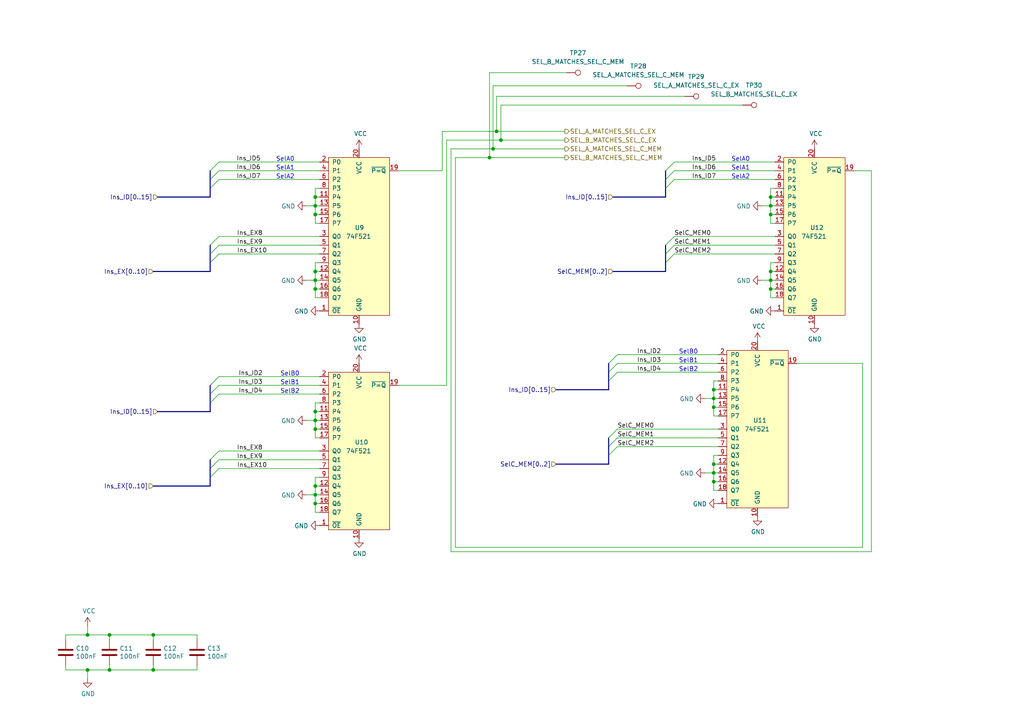
<source format=kicad_sch>
(kicad_sch (version 20211123) (generator eeschema)
  (paper "A4")
  (title_block (date "2022-09-24") (rev "B"))
  (lib_symbols
    (symbol "74xx (kicad5):74F521" (pin_names (offset 1.016))
      (property "Reference" "U" (at 0 0 0))
      (property "Value" "74F521" (at 0 -2.54 0))
      (symbol "74F521_0_0"
        (pin input line (at -11.43 -24.13 0) (length 2.54) (name "~{OE}") (number "1"))
        (pin power_in line (at 0 -27.94 90) (length 2.54) (name "GND") (number "10"))
        (pin input line (at -11.43 8.89 0) (length 2.54) (name "P4") (number "11"))
        (pin input line (at -11.43 -12.7 0) (length 2.54) (name "Q4") (number "12"))
        (pin input line (at -11.43 6.35 0) (length 2.54) (name "P5") (number "13"))
        (pin input line (at -11.43 -15.24 0) (length 2.54) (name "Q5") (number "14"))
        (pin input line (at -11.43 3.81 0) (length 2.54) (name "P6") (number "15"))
        (pin input line (at -11.43 -17.78 0) (length 2.54) (name "Q6") (number "16"))
        (pin input line (at -11.43 1.27 0) (length 2.54) (name "P7") (number "17"))
        (pin input line (at -11.43 -20.32 0) (length 2.54) (name "Q7") (number "18"))
        (pin output line (at 11.43 16.51 180) (length 2.54) (name "~{P=Q}") (number "19"))
        (pin input line (at -11.43 19.05 0) (length 2.54) (name "P0") (number "2"))
        (pin power_in line (at 0 22.86 270) (length 2.54) (name "VCC") (number "20"))
        (pin input line (at -11.43 -2.54 0) (length 2.54) (name "Q0") (number "3"))
        (pin input line (at -11.43 16.51 0) (length 2.54) (name "P1") (number "4"))
        (pin input line (at -11.43 -5.08 0) (length 2.54) (name "Q1") (number "5"))
        (pin input line (at -11.43 13.97 0) (length 2.54) (name "P2") (number "6"))
        (pin input line (at -11.43 -7.62 0) (length 2.54) (name "Q2") (number "7"))
        (pin input line (at -11.43 11.43 0) (length 2.54) (name "P3") (number "8"))
        (pin input line (at -11.43 -10.16 0) (length 2.54) (name "Q3") (number "9"))
      )
      (symbol "74F521_0_1"
        (rectangle (start -8.89 20.32) (end 8.89 -25.4) (fill (type background)))
      )
    )
    (symbol "Connector:TestPoint" (pin_numbers hide) (pin_names (offset 0.762) hide)
      (property "Reference" "TP" (at 0 6.858 0))
      (property "Value" "TestPoint" (at 0 5.08 0))
      (symbol "TestPoint_0_1"
        (circle (center 0 3.302) (radius 0.762))
      )
      (symbol "TestPoint_1_1"
        (pin passive line (at 0 0 90) (length 2.54) (name "1") (number "1"))
      )
    )
    (symbol "Device:C" (pin_numbers hide) (pin_names (offset 0.254))
      (property "Reference" "C" (at 0.635 2.54 0))
      (property "Value" "C" (at 0.635 -2.54 0))
      (symbol "C_0_1"
        (polyline (pts (xy -2.032 -0.762) (xy 2.032 -0.762)) (stroke (width 0.508)))
        (polyline (pts (xy -2.032 0.762) (xy 2.032 0.762)) (stroke (width 0.508)))
      )
      (symbol "C_1_1"
        (pin passive line (at 0 3.81 270) (length 2.794) (name "~") (number "1"))
        (pin passive line (at 0 -3.81 90) (length 2.794) (name "~") (number "2"))
      )
    )
    (symbol "power:GND" (power) (pin_names (offset 0))
      (property "Value" "GND" (at 0 -3.81 0))
      (symbol "GND_0_1"
        (polyline (pts (xy 0 0) (xy 0 -1.27) (xy 1.27 -1.27) (xy 0 -2.54) (xy -1.27 -1.27) (xy 0 -1.27)))
      )
      (symbol "GND_1_1"
        (pin power_in line (at 0 0 270) (length 0) hide (name "GND") (number "1"))
      )
    )
    (symbol "power:VCC" (power) (pin_names (offset 0))
      (property "Value" "VCC" (at 0 3.81 0))
      (symbol "VCC_0_1"
        (polyline (pts (xy -0.762 1.27) (xy 0 2.54)))
        (polyline (pts (xy 0 0) (xy 0 2.54)))
        (polyline (pts (xy 0 2.54) (xy 0.762 1.27)))
      )
      (symbol "VCC_1_1"
        (pin power_in line (at 0 0 90) (length 0) hide (name "VCC") (number "1"))
      )
    )
  )
  (junction (at 207.01 139.7))
  (junction (at 25.4 184.15))
  (junction (at 207.01 113.03))
  (junction (at 91.44 57.15))
  (junction (at 207.01 137.16))
  (junction (at 223.52 78.74))
  (junction (at 91.44 119.38))
  (junction (at 223.52 59.69))
  (junction (at 25.4 194.31))
  (junction (at 91.44 146.05))
  (junction (at 91.44 140.97))
  (junction (at 207.01 118.11))
  (junction (at 223.52 57.15))
  (junction (at 143.002 43.18))
  (junction (at 223.52 62.23))
  (junction (at 91.44 143.51))
  (junction (at 141.986 45.72))
  (junction (at 91.44 59.69))
  (junction (at 91.44 81.28))
  (junction (at 223.52 83.82))
  (junction (at 44.45 194.31))
  (junction (at 31.75 194.31))
  (junction (at 223.52 81.28))
  (junction (at 31.75 184.15))
  (junction (at 91.44 62.23))
  (junction (at 144.018 38.1))
  (junction (at 91.44 121.92))
  (junction (at 207.01 115.57))
  (junction (at 207.01 134.62))
  (junction (at 44.45 184.15))
  (junction (at 145.288 40.64))
  (junction (at 91.44 83.82))
  (junction (at 91.44 78.74))
  (junction (at 91.44 124.46))
  (bus_entry (at 193.04 71.12) (size 2.54 -2.54))
  (bus_entry (at 63.5 46.99) (size -2.54 2.54))
  (bus_entry (at 176.53 127) (size 2.54 -2.54))
  (bus_entry (at 179.07 102.87) (size -2.54 2.54))
  (bus_entry (at 63.5 49.53) (size -2.54 2.54))
  (bus_entry (at 193.04 76.2) (size 2.54 -2.54))
  (bus_entry (at 179.07 105.41) (size -2.54 2.54))
  (bus_entry (at 60.96 138.43) (size 2.54 -2.54))
  (bus_entry (at 63.5 114.3) (size -2.54 2.54))
  (bus_entry (at 176.53 132.08) (size 2.54 -2.54))
  (bus_entry (at 195.58 49.53) (size -2.54 2.54))
  (bus_entry (at 60.96 71.12) (size 2.54 -2.54))
  (bus_entry (at 63.5 109.22) (size -2.54 2.54))
  (bus_entry (at 195.58 46.99) (size -2.54 2.54))
  (bus_entry (at 63.5 111.76) (size -2.54 2.54))
  (bus_entry (at 179.07 107.95) (size -2.54 2.54))
  (bus_entry (at 60.96 135.89) (size 2.54 -2.54))
  (bus_entry (at 195.58 52.07) (size -2.54 2.54))
  (bus_entry (at 60.96 133.35) (size 2.54 -2.54))
  (bus_entry (at 63.5 52.07) (size -2.54 2.54))
  (bus_entry (at 193.04 73.66) (size 2.54 -2.54))
  (bus_entry (at 60.96 73.66) (size 2.54 -2.54))
  (bus_entry (at 176.53 129.54) (size 2.54 -2.54))
  (bus_entry (at 60.96 76.2) (size 2.54 -2.54))
  (bus (pts (xy 60.96 52.07) (xy 60.96 54.61)))
  (wire (pts (xy 144.018 27.94) (xy 144.018 38.1)))
  (bus (pts (xy 60.96 49.53) (xy 60.96 52.07)))
  (wire (pts (xy 91.44 57.15) (xy 91.44 59.69)))
  (wire (pts (xy 141.986 45.72) (xy 163.83 45.72)))
  (bus (pts (xy 177.8 78.74) (xy 193.04 78.74)))
  (wire (pts (xy 44.45 194.31) (xy 57.15 194.31)))
  (wire (pts (xy 91.44 62.23) (xy 91.44 64.77)))
  (wire (pts (xy 195.58 46.99) (xy 224.79 46.99)))
  (bus (pts (xy 161.29 134.62) (xy 176.53 134.62)))
  (bus (pts (xy 176.53 110.49) (xy 176.53 113.03)))
  (bus (pts (xy 176.53 105.41) (xy 176.53 107.95)))
  (wire (pts (xy 130.81 43.18) (xy 143.002 43.18)))
  (bus (pts (xy 176.53 127) (xy 176.53 129.54)))
  (wire (pts (xy 92.71 140.97) (xy 91.44 140.97)))
  (wire (pts (xy 231.14 105.41) (xy 250.19 105.41)))
  (wire (pts (xy 63.5 109.22) (xy 92.71 109.22)))
  (bus (pts (xy 60.96 135.89) (xy 60.96 138.43)))
  (bus (pts (xy 176.53 132.08) (xy 176.53 134.62)))
  (wire (pts (xy 91.44 121.92) (xy 91.44 124.46)))
  (wire (pts (xy 132.08 45.72) (xy 141.986 45.72)))
  (wire (pts (xy 224.79 68.58) (xy 195.58 68.58)))
  (wire (pts (xy 223.52 59.69) (xy 224.79 59.69)))
  (wire (pts (xy 215.392 30.48) (xy 145.288 30.48)))
  (bus (pts (xy 176.53 129.54) (xy 176.53 132.08)))
  (bus (pts (xy 193.04 73.66) (xy 193.04 76.2)))
  (wire (pts (xy 207.01 115.57) (xy 208.28 115.57)))
  (wire (pts (xy 25.4 196.85) (xy 25.4 194.31)))
  (wire (pts (xy 207.01 139.7) (xy 207.01 142.24)))
  (wire (pts (xy 57.15 184.15) (xy 57.15 185.42)))
  (wire (pts (xy 91.44 121.92) (xy 88.9 121.92)))
  (wire (pts (xy 143.002 24.892) (xy 143.002 43.18)))
  (wire (pts (xy 224.79 57.15) (xy 223.52 57.15)))
  (wire (pts (xy 25.4 194.31) (xy 31.75 194.31)))
  (wire (pts (xy 91.44 59.69) (xy 91.44 62.23)))
  (wire (pts (xy 207.01 137.16) (xy 204.47 137.16)))
  (wire (pts (xy 91.44 59.69) (xy 92.71 59.69)))
  (bus (pts (xy 193.04 71.12) (xy 193.04 73.66)))
  (wire (pts (xy 207.01 120.65) (xy 208.28 120.65)))
  (wire (pts (xy 207.01 137.16) (xy 207.01 139.7)))
  (bus (pts (xy 60.96 57.15) (xy 45.72 57.15)))
  (wire (pts (xy 179.07 102.87) (xy 208.28 102.87)))
  (wire (pts (xy 223.52 64.77) (xy 224.79 64.77)))
  (bus (pts (xy 193.04 49.53) (xy 193.04 52.07)))
  (wire (pts (xy 181.864 24.892) (xy 143.002 24.892)))
  (wire (pts (xy 208.28 129.54) (xy 179.07 129.54)))
  (wire (pts (xy 207.01 142.24) (xy 208.28 142.24)))
  (wire (pts (xy 91.44 138.43) (xy 91.44 140.97)))
  (wire (pts (xy 250.19 158.75) (xy 132.08 158.75)))
  (wire (pts (xy 207.01 137.16) (xy 208.28 137.16)))
  (wire (pts (xy 224.79 73.66) (xy 195.58 73.66)))
  (wire (pts (xy 19.05 184.15) (xy 25.4 184.15)))
  (bus (pts (xy 60.96 73.66) (xy 60.96 76.2)))
  (wire (pts (xy 195.58 71.12) (xy 224.79 71.12)))
  (wire (pts (xy 19.05 185.42) (xy 19.05 184.15)))
  (bus (pts (xy 44.45 78.74) (xy 60.96 78.74)))
  (wire (pts (xy 92.71 83.82) (xy 91.44 83.82)))
  (wire (pts (xy 92.71 116.84) (xy 91.44 116.84)))
  (wire (pts (xy 63.5 68.58) (xy 92.71 68.58)))
  (wire (pts (xy 164.338 21.082) (xy 141.986 21.082)))
  (bus (pts (xy 176.53 107.95) (xy 176.53 110.49)))
  (wire (pts (xy 208.28 124.46) (xy 179.07 124.46)))
  (wire (pts (xy 91.44 143.51) (xy 92.71 143.51)))
  (wire (pts (xy 25.4 181.61) (xy 25.4 184.15)))
  (wire (pts (xy 223.52 57.15) (xy 223.52 59.69)))
  (bus (pts (xy 176.53 113.03) (xy 161.29 113.03)))
  (wire (pts (xy 223.52 54.61) (xy 223.52 57.15)))
  (wire (pts (xy 91.44 81.28) (xy 91.44 83.82)))
  (wire (pts (xy 208.28 118.11) (xy 207.01 118.11)))
  (wire (pts (xy 92.71 76.2) (xy 91.44 76.2)))
  (wire (pts (xy 91.44 83.82) (xy 91.44 86.36)))
  (wire (pts (xy 195.58 49.53) (xy 224.79 49.53)))
  (wire (pts (xy 91.44 119.38) (xy 91.44 121.92)))
  (wire (pts (xy 63.5 71.12) (xy 92.71 71.12)))
  (wire (pts (xy 223.52 81.28) (xy 223.52 83.82)))
  (wire (pts (xy 208.28 110.49) (xy 207.01 110.49)))
  (bus (pts (xy 193.04 54.61) (xy 193.04 57.15)))
  (wire (pts (xy 207.01 115.57) (xy 207.01 118.11)))
  (wire (pts (xy 91.44 121.92) (xy 92.71 121.92)))
  (wire (pts (xy 91.44 148.59) (xy 92.71 148.59)))
  (wire (pts (xy 207.01 110.49) (xy 207.01 113.03)))
  (wire (pts (xy 91.44 81.28) (xy 92.71 81.28)))
  (wire (pts (xy 208.28 132.08) (xy 207.01 132.08)))
  (bus (pts (xy 193.04 57.15) (xy 177.8 57.15)))
  (wire (pts (xy 92.71 54.61) (xy 91.44 54.61)))
  (bus (pts (xy 60.96 133.35) (xy 60.96 135.89)))
  (bus (pts (xy 60.96 114.3) (xy 60.96 116.84)))
  (wire (pts (xy 91.44 54.61) (xy 91.44 57.15)))
  (wire (pts (xy 92.71 146.05) (xy 91.44 146.05)))
  (wire (pts (xy 223.52 86.36) (xy 224.79 86.36)))
  (wire (pts (xy 128.27 49.53) (xy 128.27 38.1)))
  (wire (pts (xy 91.44 76.2) (xy 91.44 78.74)))
  (wire (pts (xy 223.52 83.82) (xy 223.52 86.36)))
  (wire (pts (xy 91.44 143.51) (xy 88.9 143.51)))
  (wire (pts (xy 207.01 113.03) (xy 207.01 115.57)))
  (wire (pts (xy 224.79 78.74) (xy 223.52 78.74)))
  (wire (pts (xy 44.45 184.15) (xy 57.15 184.15)))
  (wire (pts (xy 91.44 78.74) (xy 91.44 81.28)))
  (wire (pts (xy 63.5 73.66) (xy 92.71 73.66)))
  (bus (pts (xy 60.96 71.12) (xy 60.96 73.66)))
  (bus (pts (xy 60.96 116.84) (xy 60.96 119.38)))
  (wire (pts (xy 91.44 146.05) (xy 91.44 148.59)))
  (wire (pts (xy 207.01 134.62) (xy 207.01 137.16)))
  (bus (pts (xy 193.04 76.2) (xy 193.04 78.74)))
  (wire (pts (xy 224.79 54.61) (xy 223.52 54.61)))
  (wire (pts (xy 63.5 114.3) (xy 92.71 114.3)))
  (wire (pts (xy 224.79 76.2) (xy 223.52 76.2)))
  (wire (pts (xy 223.52 59.69) (xy 220.98 59.69)))
  (wire (pts (xy 223.52 76.2) (xy 223.52 78.74)))
  (wire (pts (xy 92.71 124.46) (xy 91.44 124.46)))
  (wire (pts (xy 252.73 160.02) (xy 130.81 160.02)))
  (wire (pts (xy 19.05 194.31) (xy 25.4 194.31)))
  (wire (pts (xy 63.5 111.76) (xy 92.71 111.76)))
  (wire (pts (xy 92.71 119.38) (xy 91.44 119.38)))
  (wire (pts (xy 143.002 43.18) (xy 163.83 43.18)))
  (wire (pts (xy 63.5 46.99) (xy 92.71 46.99)))
  (wire (pts (xy 195.58 52.07) (xy 224.79 52.07)))
  (wire (pts (xy 141.986 21.082) (xy 141.986 45.72)))
  (wire (pts (xy 91.44 116.84) (xy 91.44 119.38)))
  (wire (pts (xy 145.288 40.64) (xy 163.83 40.64)))
  (wire (pts (xy 25.4 184.15) (xy 31.75 184.15)))
  (wire (pts (xy 92.71 57.15) (xy 91.44 57.15)))
  (wire (pts (xy 63.5 130.81) (xy 92.71 130.81)))
  (bus (pts (xy 60.96 138.43) (xy 60.96 140.97)))
  (wire (pts (xy 115.57 49.53) (xy 128.27 49.53)))
  (bus (pts (xy 44.45 140.97) (xy 60.96 140.97)))
  (wire (pts (xy 31.75 184.15) (xy 31.75 185.42)))
  (wire (pts (xy 92.71 62.23) (xy 91.44 62.23)))
  (wire (pts (xy 129.54 40.64) (xy 145.288 40.64)))
  (wire (pts (xy 31.75 194.31) (xy 31.75 193.04)))
  (bus (pts (xy 60.96 76.2) (xy 60.96 78.74)))
  (wire (pts (xy 223.52 62.23) (xy 223.52 64.77)))
  (wire (pts (xy 207.01 115.57) (xy 204.47 115.57)))
  (bus (pts (xy 193.04 52.07) (xy 193.04 54.61)))
  (wire (pts (xy 179.07 127) (xy 208.28 127)))
  (wire (pts (xy 31.75 184.15) (xy 44.45 184.15)))
  (wire (pts (xy 129.54 40.64) (xy 129.54 111.76)))
  (wire (pts (xy 247.65 49.53) (xy 252.73 49.53)))
  (wire (pts (xy 63.5 133.35) (xy 92.71 133.35)))
  (wire (pts (xy 252.73 49.53) (xy 252.73 160.02)))
  (wire (pts (xy 91.44 81.28) (xy 88.9 81.28)))
  (wire (pts (xy 224.79 83.82) (xy 223.52 83.82)))
  (wire (pts (xy 130.81 43.18) (xy 130.81 160.02)))
  (wire (pts (xy 223.52 81.28) (xy 220.98 81.28)))
  (wire (pts (xy 145.288 30.48) (xy 145.288 40.64)))
  (wire (pts (xy 91.44 124.46) (xy 91.44 127)))
  (wire (pts (xy 19.05 193.04) (xy 19.05 194.31)))
  (wire (pts (xy 63.5 135.89) (xy 92.71 135.89)))
  (wire (pts (xy 92.71 138.43) (xy 91.44 138.43)))
  (wire (pts (xy 115.57 111.76) (xy 129.54 111.76)))
  (wire (pts (xy 91.44 59.69) (xy 88.9 59.69)))
  (wire (pts (xy 207.01 132.08) (xy 207.01 134.62)))
  (wire (pts (xy 57.15 194.31) (xy 57.15 193.04)))
  (bus (pts (xy 60.96 111.76) (xy 60.96 114.3)))
  (wire (pts (xy 91.44 86.36) (xy 92.71 86.36)))
  (wire (pts (xy 179.07 107.95) (xy 208.28 107.95)))
  (wire (pts (xy 91.44 143.51) (xy 91.44 146.05)))
  (wire (pts (xy 91.44 127) (xy 92.71 127)))
  (wire (pts (xy 144.018 38.1) (xy 163.83 38.1)))
  (wire (pts (xy 198.628 27.94) (xy 144.018 27.94)))
  (wire (pts (xy 92.71 78.74) (xy 91.44 78.74)))
  (wire (pts (xy 128.27 38.1) (xy 144.018 38.1)))
  (wire (pts (xy 44.45 184.15) (xy 44.45 185.42)))
  (wire (pts (xy 63.5 49.53) (xy 92.71 49.53)))
  (wire (pts (xy 223.52 59.69) (xy 223.52 62.23)))
  (wire (pts (xy 208.28 139.7) (xy 207.01 139.7)))
  (wire (pts (xy 91.44 140.97) (xy 91.44 143.51)))
  (wire (pts (xy 208.28 113.03) (xy 207.01 113.03)))
  (wire (pts (xy 31.75 194.31) (xy 44.45 194.31)))
  (bus (pts (xy 60.96 54.61) (xy 60.96 57.15)))
  (bus (pts (xy 60.96 119.38) (xy 45.72 119.38)))
  (wire (pts (xy 44.45 194.31) (xy 44.45 193.04)))
  (wire (pts (xy 179.07 105.41) (xy 208.28 105.41)))
  (wire (pts (xy 223.52 81.28) (xy 224.79 81.28)))
  (wire (pts (xy 132.08 45.72) (xy 132.08 158.75)))
  (wire (pts (xy 224.79 62.23) (xy 223.52 62.23)))
  (wire (pts (xy 207.01 118.11) (xy 207.01 120.65)))
  (wire (pts (xy 63.5 52.07) (xy 92.71 52.07)))
  (wire (pts (xy 223.52 78.74) (xy 223.52 81.28)))
  (wire (pts (xy 208.28 134.62) (xy 207.01 134.62)))
  (wire (pts (xy 91.44 64.77) (xy 92.71 64.77)))
  (wire (pts (xy 250.19 105.41) (xy 250.19 158.75)))
  (text "SelA0" (at 212.09 46.99 0) (effects (font (size 1.27 1.27)) (justify left bottom)))
  (text "SelB1" (at 81.28 111.76 0) (effects (font (size 1.27 1.27)) (justify left bottom)))
  (text "SelA2" (at 212.09 52.07 0) (effects (font (size 1.27 1.27)) (justify left bottom)))
  (text "SelA1" (at 212.09 49.53 0) (effects (font (size 1.27 1.27)) (justify left bottom)))
  (text "SelB2" (at 196.85 107.95 0) (effects (font (size 1.27 1.27)) (justify left bottom)))
  (text "SelA0" (at 80.01 46.99 0) (effects (font (size 1.27 1.27)) (justify left bottom)))
  (text "SelB2" (at 81.28 114.3 0) (effects (font (size 1.27 1.27)) (justify left bottom)))
  (text "SelA1" (at 80.01 49.53 0) (effects (font (size 1.27 1.27)) (justify left bottom)))
  (text "SelA2" (at 80.01 52.07 0) (effects (font (size 1.27 1.27)) (justify left bottom)))
  (text "SelB0" (at 196.85 102.87 0) (effects (font (size 1.27 1.27)) (justify left bottom)))
  (text "SelB0" (at 81.28 109.22 0) (effects (font (size 1.27 1.27)) (justify left bottom)))
  (text "SelB1" (at 196.85 105.41 0) (effects (font (size 1.27 1.27)) (justify left bottom)))
  (label "Ins_ID7" (at 200.66 52.07 0))
  (label "SelC_MEM1" (at 195.58 71.12 0))
  (label "SelC_MEM0" (at 195.58 68.58 0))
  (label "SelC_MEM0" (at 179.07 124.46 0))
  (label "Ins_ID3" (at 76.2 111.76 180))
  (label "Ins_EX9" (at 76.2 133.35 180))
  (label "Ins_EX10" (at 77.47 135.89 180))
  (label "Ins_EX9" (at 76.2 71.12 180))
  (label "Ins_EX8" (at 76.2 68.58 180))
  (label "Ins_ID2" (at 76.2 109.22 180))
  (label "Ins_EX8" (at 76.2 130.81 180))
  (label "SelC_MEM2" (at 179.07 129.54 0))
  (label "Ins_ID4" (at 76.2 114.3 180))
  (label "Ins_ID6" (at 68.58 49.53 0))
  (label "Ins_EX10" (at 77.47 73.66 180))
  (label "Ins_ID2" (at 191.77 102.87 180))
  (label "Ins_ID6" (at 200.66 49.53 0))
  (label "SelC_MEM1" (at 179.07 127 0))
  (label "Ins_ID3" (at 191.77 105.41 180))
  (label "SelC_MEM2" (at 195.58 73.66 0))
  (label "Ins_ID5" (at 200.66 46.99 0))
  (label "Ins_ID5" (at 68.58 46.99 0))
  (label "Ins_ID7" (at 68.58 52.07 0))
  (label "Ins_ID4" (at 191.77 107.95 180))
  (hierarchical_label "SEL_A_MATCHES_SEL_C_EX" (shape output) (at 163.83 38.1 0))
  (hierarchical_label "Ins_EX[0..10]" (shape input) (at 44.45 78.74 180))
  (hierarchical_label "SEL_A_MATCHES_SEL_C_MEM" (shape output) (at 163.83 43.18 0))
  (hierarchical_label "SEL_B_MATCHES_SEL_C_MEM" (shape output) (at 163.83 45.72 0))
  (hierarchical_label "SelC_MEM[0..2]" (shape input) (at 161.29 134.62 180))
  (hierarchical_label "Ins_ID[0..15]" (shape input) (at 161.29 113.03 180))
  (hierarchical_label "Ins_ID[0..15]" (shape input) (at 45.72 119.38 180))
  (hierarchical_label "Ins_ID[0..15]" (shape input) (at 45.72 57.15 180))
  (hierarchical_label "Ins_EX[0..10]" (shape input) (at 44.45 140.97 180))
  (hierarchical_label "SelC_MEM[0..2]" (shape input) (at 177.8 78.74 180))
  (hierarchical_label "Ins_ID[0..15]" (shape input) (at 177.8 57.15 180))
  (hierarchical_label "SEL_B_MATCHES_SEL_C_EX" (shape output) (at 163.83 40.64 0))
  (symbol (lib_id "Device:C") (at 19.05 189.23 0) (unit 1)
    (property "Reference" "C10" (at 21.971 188.0616 0) (effects (justify left)))
    (property "Value" "100nF" (at 21.971 190.373 0) (effects (justify left)))
    (property "Footprint" "Capacitor_SMD:C_0603_1608Metric_Pad1.08x0.95mm_HandSolder" (effects hide))
    (property "Mouser" "https://www.mouser.com/ProductDetail/963-EMK107B7104KAHT" (effects hide))
  )
  (symbol (lib_id "power:VCC") (at 25.4 181.61 0) (unit 1)
    (property "Reference" "#PWR044" (effects hide))
    (property "Value" "VCC" (at 25.8318 177.2158 0))
  )
  (symbol (lib_id "power:GND") (at 25.4 196.85 0) (unit 1)
    (property "Reference" "#PWR045" (effects hide))
    (property "Value" "GND" (at 25.527 201.2442 0))
  )
  (symbol (lib_id "Device:C") (at 31.75 189.23 0) (unit 1)
    (property "Reference" "C11" (at 34.671 188.0616 0) (effects (justify left)))
    (property "Value" "100nF" (at 34.671 190.373 0) (effects (justify left)))
    (property "Footprint" "Capacitor_SMD:C_0603_1608Metric_Pad1.08x0.95mm_HandSolder" (effects hide))
    (property "Mouser" "https://www.mouser.com/ProductDetail/963-EMK107B7104KAHT" (effects hide))
  )
  (symbol (lib_id "Device:C") (at 44.45 189.23 0) (unit 1)
    (property "Reference" "C12" (at 47.371 188.0616 0) (effects (justify left)))
    (property "Value" "100nF" (at 47.371 190.373 0) (effects (justify left)))
    (property "Footprint" "Capacitor_SMD:C_0603_1608Metric_Pad1.08x0.95mm_HandSolder" (effects hide))
    (property "Mouser" "https://www.mouser.com/ProductDetail/963-EMK107B7104KAHT" (effects hide))
  )
  (symbol (lib_id "Device:C") (at 57.15 189.23 0) (unit 1)
    (property "Reference" "C13" (at 60.071 188.0616 0) (effects (justify left)))
    (property "Value" "100nF" (at 60.071 190.373 0) (effects (justify left)))
    (property "Footprint" "Capacitor_SMD:C_0603_1608Metric_Pad1.08x0.95mm_HandSolder" (effects hide))
    (property "Mouser" "https://www.mouser.com/ProductDetail/963-EMK107B7104KAHT" (effects hide))
  )
  (symbol (lib_id "74xx (kicad5):74F521") (at 104.14 66.04 0) (unit 1)
    (property "Reference" "U9" (at 102.87 66.04 0) (effects (justify left)))
    (property "Value" "74F521" (at 100.33 68.58 0) (effects (justify left)))
    (property "Footprint" "Package_SO:SOIC-20W_7.5x12.8mm_P1.27mm" (effects hide))
    (property "Datasheet" "https://www.ti.com/lit/ds/symlink/sn74f521.pdf?HQS=dis-mous-null-mousermode-dsf-pf-null-wwe&ts=1617462836509" (effects hide))
    (property "Mouser" "https://www.mouser.com/ProductDetail/Texas-Instruments/SN74F521DWR?qs=mE33ZKBHyE6Hxf0oNfiDUg%3D%3D" (effects hide))
  )
  (symbol (lib_id "power:VCC") (at 104.14 43.18 0) (unit 1)
    (property "Reference" "#PWR052" (effects hide))
    (property "Value" "VCC" (at 104.5718 38.7858 0))
  )
  (symbol (lib_id "power:GND") (at 104.14 93.98 0) (unit 1)
    (property "Reference" "#PWR053" (effects hide))
    (property "Value" "GND" (at 104.267 98.3742 0))
  )
  (symbol (lib_id "power:GND") (at 92.71 90.17 270) (unit 1)
    (property "Reference" "#PWR050" (effects hide))
    (property "Value" "GND" (at 89.4588 90.297 90) (effects (justify right)))
  )
  (symbol (lib_id "power:GND") (at 88.9 81.28 270) (unit 1)
    (property "Reference" "#PWR047" (effects hide))
    (property "Value" "GND" (at 85.6488 81.407 90) (effects (justify right)))
  )
  (symbol (lib_id "power:GND") (at 88.9 59.69 270) (unit 1)
    (property "Reference" "#PWR046" (effects hide))
    (property "Value" "GND" (at 85.6488 59.817 90) (effects (justify right)))
  )
  (symbol (lib_id "74xx (kicad5):74F521") (at 104.14 128.27 0) (unit 1)
    (property "Reference" "U10" (at 102.87 128.27 0) (effects (justify left)))
    (property "Value" "74F521" (at 100.33 130.81 0) (effects (justify left)))
    (property "Footprint" "Package_SO:SOIC-20W_7.5x12.8mm_P1.27mm" (effects hide))
    (property "Datasheet" "https://www.ti.com/lit/ds/symlink/sn74f521.pdf?HQS=dis-mous-null-mousermode-dsf-pf-null-wwe&ts=1617462836509" (effects hide))
    (property "Mouser" "https://www.mouser.com/ProductDetail/Texas-Instruments/SN74F521DWR?qs=mE33ZKBHyE6Hxf0oNfiDUg%3D%3D" (effects hide))
  )
  (symbol (lib_id "power:VCC") (at 104.14 105.41 0) (unit 1)
    (property "Reference" "#PWR054" (effects hide))
    (property "Value" "VCC" (at 104.5718 101.0158 0))
  )
  (symbol (lib_id "power:GND") (at 104.14 156.21 0) (unit 1)
    (property "Reference" "#PWR055" (effects hide))
    (property "Value" "GND" (at 104.267 160.6042 0))
  )
  (symbol (lib_id "power:GND") (at 92.71 152.4 270) (unit 1)
    (property "Reference" "#PWR051" (effects hide))
    (property "Value" "GND" (at 89.4588 152.527 90) (effects (justify right)))
  )
  (symbol (lib_id "power:GND") (at 88.9 143.51 270) (unit 1)
    (property "Reference" "#PWR049" (effects hide))
    (property "Value" "GND" (at 85.6488 143.637 90) (effects (justify right)))
  )
  (symbol (lib_id "power:GND") (at 88.9 121.92 270) (unit 1)
    (property "Reference" "#PWR048" (effects hide))
    (property "Value" "GND" (at 85.6488 122.047 90) (effects (justify right)))
  )
  (symbol (lib_id "power:GND") (at 220.98 59.69 270) (unit 1)
    (property "Reference" "#PWR061" (effects hide))
    (property "Value" "GND" (at 217.7288 59.817 90) (effects (justify right)))
  )
  (symbol (lib_id "power:GND") (at 220.98 81.28 270) (unit 1)
    (property "Reference" "#PWR062" (effects hide))
    (property "Value" "GND" (at 217.7288 81.407 90) (effects (justify right)))
  )
  (symbol (lib_id "power:GND") (at 224.79 90.17 270) (unit 1)
    (property "Reference" "#PWR063" (effects hide))
    (property "Value" "GND" (at 221.5388 90.297 90) (effects (justify right)))
  )
  (symbol (lib_id "power:GND") (at 236.22 93.98 0) (unit 1)
    (property "Reference" "#PWR065" (effects hide))
    (property "Value" "GND" (at 236.347 98.3742 0))
  )
  (symbol (lib_id "power:VCC") (at 236.22 43.18 0) (unit 1)
    (property "Reference" "#PWR064" (effects hide))
    (property "Value" "VCC" (at 236.6518 38.7858 0))
  )
  (symbol (lib_id "74xx (kicad5):74F521") (at 236.22 66.04 0) (unit 1)
    (property "Reference" "U12" (at 234.95 66.04 0) (effects (justify left)))
    (property "Value" "74F521" (at 232.41 68.58 0) (effects (justify left)))
    (property "Footprint" "Package_SO:SOIC-20W_7.5x12.8mm_P1.27mm" (effects hide))
    (property "Datasheet" "https://www.ti.com/lit/ds/symlink/sn74f521.pdf?HQS=dis-mous-null-mousermode-dsf-pf-null-wwe&ts=1617462836509" (effects hide))
    (property "Mouser" "https://www.mouser.com/ProductDetail/Texas-Instruments/SN74F521DWR?qs=mE33ZKBHyE6Hxf0oNfiDUg%3D%3D" (effects hide))
  )
  (symbol (lib_id "74xx (kicad5):74F521") (at 219.71 121.92 0) (unit 1)
    (property "Reference" "U11" (at 218.44 121.92 0) (effects (justify left)))
    (property "Value" "74F521" (at 215.9 124.46 0) (effects (justify left)))
    (property "Footprint" "Package_SO:SOIC-20W_7.5x12.8mm_P1.27mm" (effects hide))
    (property "Datasheet" "https://www.ti.com/lit/ds/symlink/sn74f521.pdf?HQS=dis-mous-null-mousermode-dsf-pf-null-wwe&ts=1617462836509" (effects hide))
    (property "Mouser" "https://www.mouser.com/ProductDetail/Texas-Instruments/SN74F521DWR?qs=mE33ZKBHyE6Hxf0oNfiDUg%3D%3D" (effects hide))
  )
  (symbol (lib_id "power:VCC") (at 219.71 99.06 0) (unit 1)
    (property "Reference" "#PWR059" (effects hide))
    (property "Value" "VCC" (at 220.1418 94.6658 0))
  )
  (symbol (lib_id "power:GND") (at 219.71 149.86 0) (unit 1)
    (property "Reference" "#PWR060" (effects hide))
    (property "Value" "GND" (at 219.837 154.2542 0))
  )
  (symbol (lib_id "power:GND") (at 208.28 146.05 270) (unit 1)
    (property "Reference" "#PWR058" (effects hide))
    (property "Value" "GND" (at 205.0288 146.177 90) (effects (justify right)))
  )
  (symbol (lib_id "power:GND") (at 204.47 137.16 270) (unit 1)
    (property "Reference" "#PWR057" (effects hide))
    (property "Value" "GND" (at 201.2188 137.287 90) (effects (justify right)))
  )
  (symbol (lib_id "power:GND") (at 204.47 115.57 270) (unit 1)
    (property "Reference" "#PWR056" (effects hide))
    (property "Value" "GND" (at 201.2188 115.697 90) (effects (justify right)))
  )
  (symbol (lib_id "Connector:TestPoint") (at 215.392 30.48 270) (mirror x) (unit 1)
    (property "Reference" "TP30" (at 218.694 24.765 90))
    (property "Value" "SEL_B_MATCHES_SEL_C_EX" (at 218.694 27.305 90))
    (property "Footprint" "TestPoint:TestPoint_Pad_D1.0mm" (effects hide))
  )
  (symbol (lib_id "Connector:TestPoint") (at 164.338 21.082 270) (mirror x) (unit 1)
    (property "Reference" "TP27" (at 167.64 15.367 90))
    (property "Value" "SEL_B_MATCHES_SEL_C_MEM" (at 167.64 17.907 90))
    (property "Footprint" "TestPoint:TestPoint_Pad_D1.0mm" (effects hide))
  )
  (symbol (lib_id "Connector:TestPoint") (at 198.628 27.94 270) (mirror x) (unit 1)
    (property "Reference" "TP29" (at 201.93 22.225 90))
    (property "Value" "SEL_A_MATCHES_SEL_C_EX" (at 201.93 24.765 90))
    (property "Footprint" "TestPoint:TestPoint_Pad_D1.0mm" (effects hide))
  )
  (symbol (lib_id "Connector:TestPoint") (at 181.864 24.892 270) (mirror x) (unit 1)
    (property "Reference" "TP28" (at 185.166 19.177 90))
    (property "Value" "SEL_A_MATCHES_SEL_C_MEM" (at 185.166 21.717 90))
    (property "Footprint" "TestPoint:TestPoint_Pad_D1.0mm" (effects hide))
  )
)
</source>
